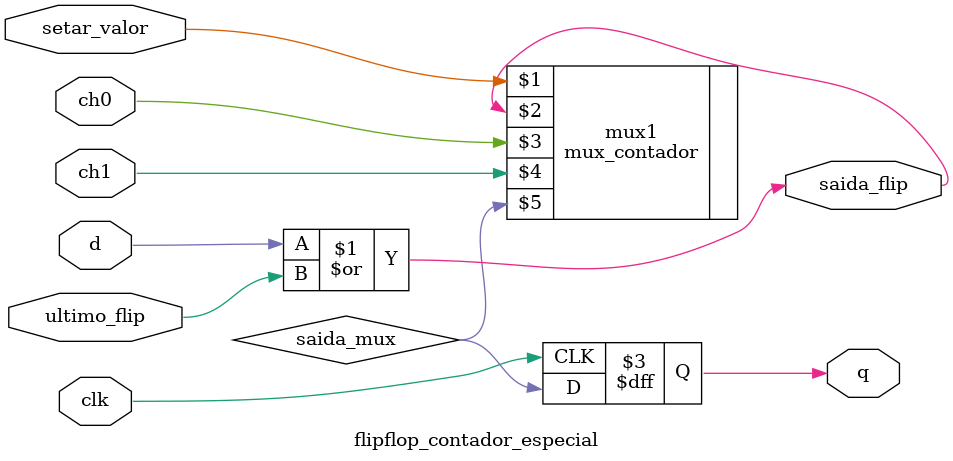
<source format=v>
module flipflop_contador_especial(setar_valor,d,q,clk,ch0,ch1,ultimo_flip,saida_flip);
	
	input d,clk,ch0,ch1,setar_valor, ultimo_flip;
	output reg q;
	wire saida_mux;
	output saida_flip;
	
	or or1(saida_flip, d, ultimo_flip);
	mux_contador mux1(setar_valor, saida_flip, ch0, ch1, saida_mux);

	always @(posedge clk)begin
          q = saida_mux;
     end
endmodule

</source>
